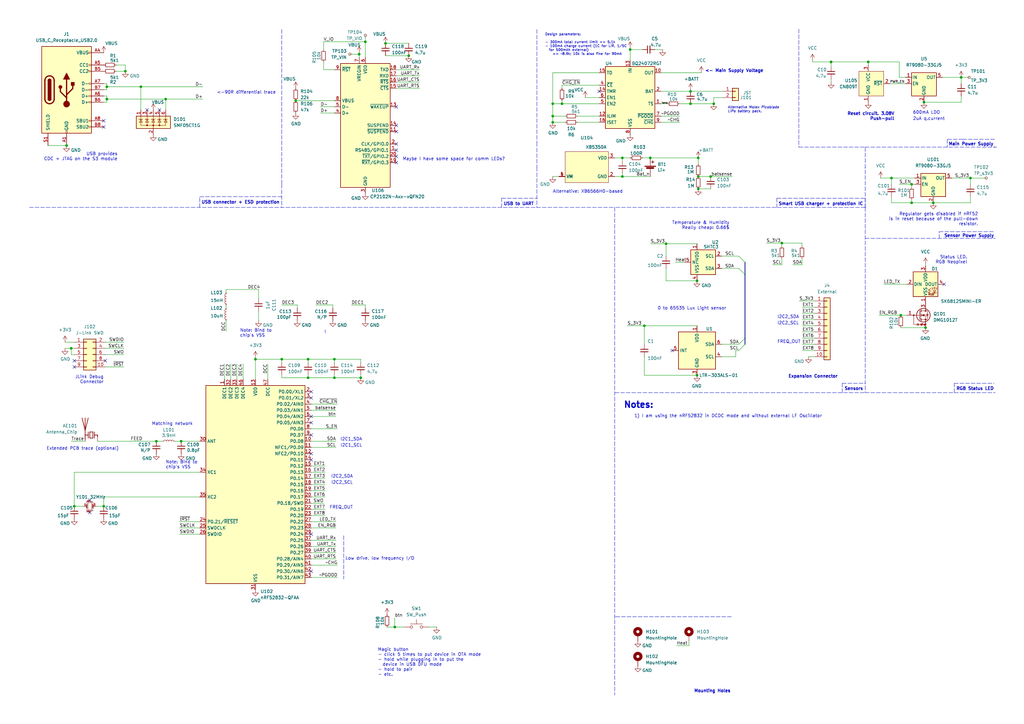
<source format=kicad_sch>
(kicad_sch (version 20211123) (generator eeschema)
  (paper "A3")
  (title_block (title "Plant Buddy") (date "2021-08-14") (rev "4") (company "G&C") (comment 1 "Rev4: Changed layout to use nRF52832 instead of nRF52811. Improved capacitance sensing") (comment 2 "Version 2: Changed to an ESP32-C3 based project due to chip shortage."))
  (junction (at 398.018 73.025))
  (junction (at 226.695 47.625))
  (junction (at 258.445 20.32))
  (junction (at 167.64 22.86))
  (junction (at 147.32 22.225))
  (junction (at 373.888 75.565))
  (junction (at 121.285 41.275))
  (junction (at 226.695 42.545))
  (junction (at 42.545 207.645))
  (junction (at 30.48 207.645))
  (junction (at 340.868 25.4))
  (junction (at 285.877 115.189))
  (junction (at 373.888 83.185))
  (junction (at 264.287 133.604))
  (junction (at 273.177 99.949))
  (junction (at 230.505 42.545))
  (junction (at 283.21 42.545))
  (junction (at 43.815 40.64))
  (junction (at 147.955 154.94))
  (junction (at 64.135 180.975))
  (junction (at 379.603 134.366))
  (junction (at 320.675 99.695))
  (junction (at 57.785 35.56))
  (junction (at 43.815 35.56))
  (junction (at 255.27 64.77))
  (junction (at 286.385 72.39))
  (junction (at 292.735 42.545))
  (junction (at 369.443 129.286))
  (junction (at 286.385 77.47))
  (junction (at 161.925 257.175))
  (junction (at 365.633 73.025))
  (junction (at 255.27 72.39))
  (junction (at 115.57 147.32))
  (junction (at 137.16 154.94))
  (junction (at 27.305 59.69))
  (junction (at 67.945 40.64))
  (junction (at 126.365 154.94))
  (junction (at 378.968 41.91))
  (junction (at 382.778 83.185))
  (junction (at 104.775 147.32))
  (junction (at 51.435 29.21))
  (junction (at 226.695 50.165))
  (junction (at 158.115 17.78))
  (junction (at 29.21 142.875))
  (junction (at 285.877 153.924))
  (junction (at 137.16 147.32))
  (junction (at 149.86 17.145))
  (junction (at 266.7 64.77))
  (junction (at 74.295 180.975))
  (junction (at 126.365 147.32))
  (junction (at 356.108 25.4))
  (junction (at 394.208 31.75))
  (junction (at 283.21 37.465))
  (junction (at 286.385 64.77))
  (junction (at 291.465 72.39))
  (no_connect (at 43.18 147.955))
  (no_connect (at 127.635 234.315))
  (no_connect (at 127.635 219.075))
  (no_connect (at 127.635 188.595))
  (no_connect (at 127.635 170.815))
  (no_connect (at 127.635 173.355))
  (no_connect (at 127.635 160.655))
  (no_connect (at 127.635 163.195))
  (no_connect (at 127.635 186.055))
  (no_connect (at 30.48 147.955))
  (no_connect (at 30.48 150.495))
  (no_connect (at 162.56 64.135))
  (no_connect (at 162.56 66.675))
  (no_connect (at 387.223 116.586))
  (no_connect (at 127.635 178.435))
  (no_connect (at 162.56 43.815))
  (no_connect (at 162.56 51.435))
  (no_connect (at 162.56 53.975))
  (no_connect (at 162.56 61.595))
  (no_connect (at 162.56 59.055))
  (no_connect (at 36.83 205.105))
  (no_connect (at 36.83 210.185))
  (no_connect (at 65.405 45.085))
  (no_connect (at 60.325 45.085))
  (no_connect (at 275.717 143.764))
  (no_connect (at 245.745 37.465))
  (no_connect (at 42.545 52.07))
  (no_connect (at 42.545 49.53))
  (bus_entry (at 303.022 143.764) (size 2.54 -2.54))
  (bus_entry (at 303.022 105.029) (size 2.54 2.54))
  (bus_entry (at 303.022 141.224) (size 2.54 -2.54))
  (bus_entry (at 303.022 110.109) (size 2.54 2.54))
  (wire (pts (xy 271.145 29.845) (xy 287.655 29.845)))
  (wire (pts (xy 226.695 42.545) (xy 230.505 42.545)))
  (polyline (pts (xy 354.838 85.09) (xy 354.838 161.036)))
  (wire (pts (xy 230.505 34.925) (xy 245.745 34.925)))
  (wire (pts (xy 325.12 108.585) (xy 328.93 108.585)))
  (wire (pts (xy 394.208 34.29) (xy 394.208 31.75)))
  (wire (pts (xy 286.385 64.77) (xy 286.385 67.31)))
  (wire (pts (xy 158.115 17.78) (xy 167.64 17.78)))
  (wire (pts (xy 149.86 14.478) (xy 149.86 17.145)))
  (wire (pts (xy 149.86 125.095) (xy 149.86 126.365)))
  (wire (pts (xy 320.675 99.695) (xy 328.93 99.695)))
  (polyline (pts (xy 354.838 161.036) (xy 408.178 161.036)))
  (wire (pts (xy 133.35 193.675) (xy 127.635 193.675)))
  (wire (pts (xy 271.145 47.625) (xy 278.765 47.625)))
  (wire (pts (xy 133.35 211.455) (xy 127.635 211.455)))
  (wire (pts (xy 34.925 180.975) (xy 29.21 180.975)))
  (wire (pts (xy 147.32 22.225) (xy 147.32 23.495)))
  (wire (pts (xy 136.525 125.095) (xy 136.525 126.365)))
  (wire (pts (xy 230.505 34.925) (xy 230.505 36.195)))
  (wire (pts (xy 283.21 42.545) (xy 292.735 42.545)))
  (polyline (pts (xy 327.66 11.938) (xy 327.66 60.325)))
  (wire (pts (xy 255.27 71.12) (xy 255.27 72.39)))
  (polyline (pts (xy 12.065 85.09) (xy 252.095 85.09)))
  (wire (pts (xy 303.022 110.109) (xy 296.037 110.109)))
  (wire (pts (xy 369.443 129.286) (xy 371.983 129.286)))
  (wire (pts (xy 92.71 118.745) (xy 106.045 118.745)))
  (wire (pts (xy 390.398 73.025) (xy 398.018 73.025)))
  (polyline (pts (xy 115.57 12.065) (xy 115.57 75.565)))
  (wire (pts (xy 133.35 203.835) (xy 127.635 203.835)))
  (wire (pts (xy 43.815 39.37) (xy 43.815 40.64)))
  (wire (pts (xy 127.635 168.275) (xy 137.795 168.275)))
  (polyline (pts (xy 140.97 219.71) (xy 140.97 224.79)))
  (wire (pts (xy 340.868 25.4) (xy 356.108 25.4)))
  (wire (pts (xy 368.808 75.565) (xy 373.888 75.565)))
  (wire (pts (xy 226.695 47.625) (xy 231.775 47.625)))
  (polyline (pts (xy 252.095 85.09) (xy 252.095 285.115)))
  (wire (pts (xy 162.56 31.115) (xy 172.085 31.115)))
  (wire (pts (xy 126.365 147.32) (xy 126.365 148.59)))
  (wire (pts (xy 368.808 31.75) (xy 368.808 25.4)))
  (wire (pts (xy 30.48 207.645) (xy 34.29 207.645)))
  (wire (pts (xy 64.135 180.975) (xy 66.675 180.975)))
  (polyline (pts (xy 327.66 60.325) (xy 354.838 60.325)))
  (wire (pts (xy 394.208 31.75) (xy 397.51 31.75)))
  (wire (pts (xy 133.35 191.135) (xy 127.635 191.135)))
  (wire (pts (xy 236.855 47.625) (xy 245.745 47.625)))
  (wire (pts (xy 271.145 50.165) (xy 278.765 50.165)))
  (wire (pts (xy 137.16 153.67) (xy 137.16 154.94)))
  (polyline (pts (xy 220.218 12.065) (xy 220.218 58.42)))
  (wire (pts (xy 144.145 125.095) (xy 149.86 125.095)))
  (wire (pts (xy 369.443 134.366) (xy 379.603 134.366)))
  (wire (pts (xy 104.775 146.685) (xy 104.775 147.32)))
  (wire (pts (xy 161.925 253.365) (xy 161.925 257.175)))
  (wire (pts (xy 57.785 35.56) (xy 83.185 35.56)))
  (wire (pts (xy 162.56 36.195) (xy 172.085 36.195)))
  (wire (pts (xy 127.635 183.515) (xy 137.795 183.515)))
  (wire (pts (xy 115.57 154.94) (xy 126.365 154.94)))
  (wire (pts (xy 26.67 142.875) (xy 29.21 142.875)))
  (wire (pts (xy 301.752 143.764) (xy 301.752 146.304)))
  (wire (pts (xy 127.635 170.815) (xy 137.795 170.815)))
  (wire (pts (xy 73.66 216.535) (xy 81.915 216.535)))
  (wire (pts (xy 43.815 34.29) (xy 42.545 34.29)))
  (wire (pts (xy 51.435 29.21) (xy 47.625 29.21)))
  (wire (pts (xy 115.57 153.67) (xy 115.57 154.94)))
  (wire (pts (xy 373.888 75.565) (xy 373.888 76.835)))
  (wire (pts (xy 258.445 20.32) (xy 258.445 24.765)))
  (wire (pts (xy 115.57 125.095) (xy 121.92 125.095)))
  (wire (pts (xy 365.633 80.645) (xy 365.633 83.185)))
  (wire (pts (xy 398.018 73.025) (xy 404.495 73.025)))
  (wire (pts (xy 258.445 20.32) (xy 263.525 20.32)))
  (wire (pts (xy 43.18 140.335) (xy 50.8 140.335)))
  (wire (pts (xy 329.057 131.064) (xy 334.137 131.064)))
  (bus (pts (xy 305.562 112.649) (xy 305.562 138.684)))
  (wire (pts (xy 131.445 46.355) (xy 137.16 46.355)))
  (wire (pts (xy 230.505 42.545) (xy 245.745 42.545)))
  (wire (pts (xy 329.057 138.684) (xy 334.137 138.684)))
  (wire (pts (xy 127.635 165.735) (xy 138.43 165.735)))
  (wire (pts (xy 379.603 108.331) (xy 379.603 108.966)))
  (wire (pts (xy 43.815 34.29) (xy 43.815 35.56)))
  (wire (pts (xy 137.16 154.94) (xy 147.955 154.94)))
  (polyline (pts (xy 220.218 58.42) (xy 220.218 68.58)))
  (wire (pts (xy 127.635 224.155) (xy 137.795 224.155)))
  (wire (pts (xy 365.633 73.025) (xy 375.158 73.025)))
  (wire (pts (xy 334.137 146.304) (xy 331.597 146.304)))
  (wire (pts (xy 283.21 37.465) (xy 296.545 37.465)))
  (wire (pts (xy 158.75 257.175) (xy 161.925 257.175)))
  (wire (pts (xy 127.635 229.235) (xy 137.795 229.235)))
  (polyline (pts (xy 252.222 252.73) (xy 252.222 252.984)))
  (wire (pts (xy 73.66 219.075) (xy 81.915 219.075)))
  (wire (pts (xy 273.177 115.189) (xy 285.877 115.189)))
  (wire (pts (xy 371.348 31.75) (xy 368.808 31.75)))
  (wire (pts (xy 127.635 180.975) (xy 137.795 180.975)))
  (wire (pts (xy 121.92 125.095) (xy 121.92 126.365)))
  (wire (pts (xy 271.145 42.545) (xy 273.685 42.545)))
  (wire (pts (xy 230.505 41.275) (xy 230.505 42.545)))
  (wire (pts (xy 316.865 108.585) (xy 320.675 108.585)))
  (wire (pts (xy 378.968 41.91) (xy 394.208 41.91)))
  (wire (pts (xy 257.302 133.604) (xy 264.287 133.604)))
  (wire (pts (xy 175.895 257.175) (xy 179.07 257.175)))
  (wire (pts (xy 43.18 150.495) (xy 50.8 150.495)))
  (wire (pts (xy 329.057 133.604) (xy 334.137 133.604)))
  (wire (pts (xy 398.018 83.185) (xy 398.018 80.645)))
  (wire (pts (xy 143.51 22.225) (xy 147.32 22.225)))
  (wire (pts (xy 43.815 35.56) (xy 43.815 36.83)))
  (wire (pts (xy 30.48 193.675) (xy 81.915 193.675)))
  (wire (pts (xy 43.815 40.64) (xy 67.945 40.64)))
  (wire (pts (xy 81.915 203.835) (xy 42.545 203.835)))
  (wire (pts (xy 127.635 206.375) (xy 132.715 206.375)))
  (wire (pts (xy 373.888 75.565) (xy 375.158 75.565)))
  (wire (pts (xy 29.21 142.875) (xy 30.48 142.875)))
  (wire (pts (xy 132.715 28.575) (xy 137.16 28.575)))
  (wire (pts (xy 356.108 25.4) (xy 368.808 25.4)))
  (wire (pts (xy 236.855 50.165) (xy 245.745 50.165)))
  (wire (pts (xy 47.625 26.67) (xy 51.435 26.67)))
  (wire (pts (xy 285.877 99.949) (xy 273.177 99.949)))
  (polyline (pts (xy 220.218 68.58) (xy 220.218 85.09)))
  (polyline (pts (xy 318.643 81.28) (xy 354.838 81.28)))
  (polyline (pts (xy 299.974 252.984) (xy 252.222 252.984)))
  (wire (pts (xy 129.54 125.095) (xy 136.525 125.095)))
  (wire (pts (xy 97.155 149.225) (xy 97.155 155.575)))
  (polyline (pts (xy 205.74 81.28) (xy 220.345 81.28)))
  (wire (pts (xy 104.775 147.32) (xy 104.775 155.575)))
  (wire (pts (xy 240.03 40.005) (xy 245.745 40.005)))
  (wire (pts (xy 132.715 25.4) (xy 132.715 28.575)))
  (polyline (pts (xy 133.35 136.525) (xy 133.35 135.255)))
  (wire (pts (xy 99.695 149.225) (xy 99.695 155.575)))
  (wire (pts (xy 283.21 36.83) (xy 283.21 37.465)))
  (wire (pts (xy 132.715 17.145) (xy 132.715 20.32)))
  (polyline (pts (xy 140.97 224.79) (xy 140.97 237.49)))
  (wire (pts (xy 255.27 66.04) (xy 255.27 64.77)))
  (wire (pts (xy 121.285 41.275) (xy 137.16 41.275)))
  (wire (pts (xy 333.248 24.765) (xy 333.248 25.4)))
  (wire (pts (xy 258.445 19.685) (xy 258.445 20.32)))
  (wire (pts (xy 19.685 59.69) (xy 27.305 59.69)))
  (polyline (pts (xy 354.838 60.452) (xy 354.838 69.088)))
  (wire (pts (xy 255.27 64.77) (xy 258.445 64.77)))
  (wire (pts (xy 329.057 125.984) (xy 334.137 125.984)))
  (wire (pts (xy 158.115 22.86) (xy 167.64 22.86)))
  (wire (pts (xy 92.71 126.365) (xy 92.71 125.095)))
  (polyline (pts (xy 115.57 75.565) (xy 115.57 85.09)))
  (wire (pts (xy 42.545 36.83) (xy 43.815 36.83)))
  (wire (pts (xy 161.925 257.175) (xy 165.735 257.175)))
  (wire (pts (xy 30.48 145.415) (xy 29.21 145.415)))
  (wire (pts (xy 386.588 31.75) (xy 394.208 31.75)))
  (wire (pts (xy 296.545 40.005) (xy 292.735 40.005)))
  (polyline (pts (xy 385.191 94.996) (xy 407.797 94.996)))
  (wire (pts (xy 149.86 17.145) (xy 132.715 17.145)))
  (wire (pts (xy 360.553 129.286) (xy 369.443 129.286)))
  (wire (pts (xy 329.057 136.144) (xy 334.137 136.144)))
  (polyline (pts (xy 354.838 97.79) (xy 408.178 97.79)))
  (polyline (pts (xy 355.092 85.09) (xy 354.838 85.09)))
  (wire (pts (xy 382.778 83.185) (xy 398.018 83.185)))
  (wire (pts (xy 43.815 35.56) (xy 57.785 35.56)))
  (wire (pts (xy 127.635 175.895) (xy 138.43 175.895)))
  (wire (pts (xy 57.785 35.56) (xy 57.785 45.085)))
  (wire (pts (xy 328.93 108.585) (xy 328.93 106.045)))
  (wire (pts (xy 106.045 127.635) (xy 106.045 131.445)))
  (wire (pts (xy 329.057 128.524) (xy 334.137 128.524)))
  (wire (pts (xy 340.868 32.385) (xy 340.868 33.655)))
  (polyline (pts (xy 388.493 57.15) (xy 388.493 60.452)))
  (wire (pts (xy 268.605 20.32) (xy 271.78 20.32)))
  (wire (pts (xy 271.145 37.465) (xy 283.21 37.465)))
  (wire (pts (xy 320.675 108.585) (xy 320.675 106.045)))
  (wire (pts (xy 43.18 142.875) (xy 50.8 142.875)))
  (polyline (pts (xy 81.915 80.645) (xy 115.57 80.645)))
  (wire (pts (xy 303.022 143.764) (xy 301.752 143.764)))
  (wire (pts (xy 74.295 180.975) (xy 81.915 180.975)))
  (wire (pts (xy 29.21 145.415) (xy 29.21 142.875)))
  (wire (pts (xy 291.465 72.39) (xy 286.385 72.39)))
  (wire (pts (xy 226.695 72.39) (xy 229.235 72.39)))
  (wire (pts (xy 226.695 29.845) (xy 226.695 42.545)))
  (wire (pts (xy 137.16 147.32) (xy 137.16 148.59)))
  (wire (pts (xy 255.27 72.39) (xy 266.7 72.39)))
  (wire (pts (xy 43.815 41.91) (xy 42.545 41.91)))
  (wire (pts (xy 245.745 29.845) (xy 226.695 29.845)))
  (wire (pts (xy 126.365 147.32) (xy 137.16 147.32)))
  (wire (pts (xy 226.695 47.625) (xy 226.695 50.165)))
  (wire (pts (xy 371.983 116.586) (xy 362.458 116.586)))
  (polyline (pts (xy 391.414 157.226) (xy 407.67 157.226)))
  (wire (pts (xy 127.635 231.775) (xy 138.43 231.775)))
  (bus (pts (xy 305.562 107.569) (xy 305.562 112.649)))
  (polyline (pts (xy 391.414 161.036) (xy 391.414 157.226)))
  (wire (pts (xy 92.71 120.015) (xy 92.71 118.745)))
  (wire (pts (xy 320.675 99.695) (xy 320.675 100.965)))
  (wire (pts (xy 133.35 198.755) (xy 127.635 198.755)))
  (wire (pts (xy 104.775 147.32) (xy 115.57 147.32)))
  (polyline (pts (xy 407.543 60.325) (xy 408.813 60.325)))
  (wire (pts (xy 147.32 22.225) (xy 147.32 21.59)))
  (wire (pts (xy 126.365 153.67) (xy 126.365 154.94)))
  (wire (pts (xy 329.057 141.224) (xy 334.137 141.224)))
  (wire (pts (xy 147.955 148.59) (xy 147.955 147.32)))
  (wire (pts (xy 277.495 264.795) (xy 282.575 264.795)))
  (wire (pts (xy 398.018 75.565) (xy 398.018 73.025)))
  (wire (pts (xy 226.695 50.165) (xy 231.775 50.165)))
  (wire (pts (xy 327.787 123.444) (xy 334.137 123.444)))
  (wire (pts (xy 273.177 99.949) (xy 273.177 105.029)))
  (wire (pts (xy 30.48 207.645) (xy 30.48 193.675)))
  (wire (pts (xy 329.057 143.764) (xy 334.137 143.764)))
  (wire (pts (xy 340.868 25.4) (xy 340.868 27.305)))
  (wire (pts (xy 106.045 118.745) (xy 106.045 122.555)))
  (wire (pts (xy 127.635 221.615) (xy 137.795 221.615)))
  (wire (pts (xy 292.735 40.005) (xy 292.735 42.545)))
  (wire (pts (xy 301.752 146.304) (xy 296.037 146.304)))
  (wire (pts (xy 255.27 64.77) (xy 252.095 64.77)))
  (wire (pts (xy 43.18 145.415) (xy 50.8 145.415)))
  (polyline (pts (xy 385.191 97.79) (xy 385.191 94.996)))
  (wire (pts (xy 162.56 28.575) (xy 172.085 28.575)))
  (wire (pts (xy 276.987 107.569) (xy 280.797 107.569)))
  (polyline (pts (xy 345.44 161.036) (xy 345.44 157.226)))
  (wire (pts (xy 333.248 25.4) (xy 340.868 25.4)))
  (wire (pts (xy 133.35 201.295) (xy 127.635 201.295)))
  (wire (pts (xy 226.695 42.545) (xy 226.695 47.625)))
  (wire (pts (xy 127.635 213.995) (xy 137.795 213.995)))
  (wire (pts (xy 127.635 216.535) (xy 137.795 216.535)))
  (polyline (pts (xy 318.643 81.28) (xy 318.643 85.09)))
  (wire (pts (xy 264.287 133.604) (xy 285.877 133.604)))
  (wire (pts (xy 109.855 149.225) (xy 109.855 155.575)))
  (wire (pts (xy 39.37 207.645) (xy 42.545 207.645)))
  (bus (pts (xy 305.562 138.684) (xy 305.562 141.224)))
  (wire (pts (xy 94.615 149.225) (xy 94.615 155.575)))
  (wire (pts (xy 266.7 64.77) (xy 286.385 64.77)))
  (polyline (pts (xy 252.222 161.036) (xy 354.838 161.036)))
  (polyline (pts (xy 81.915 85.09) (xy 81.915 80.645)))
  (wire (pts (xy 71.755 180.975) (xy 74.295 180.975)))
  (wire (pts (xy 126.365 154.94) (xy 137.16 154.94)))
  (wire (pts (xy 365.633 83.185) (xy 373.888 83.185)))
  (wire (pts (xy 252.095 72.39) (xy 255.27 72.39)))
  (wire (pts (xy 42.545 203.835) (xy 42.545 207.645)))
  (wire (pts (xy 43.815 40.64) (xy 43.815 41.91)))
  (wire (pts (xy 127.635 208.915) (xy 133.35 208.915)))
  (wire (pts (xy 364.998 34.29) (xy 371.348 34.29)))
  (polyline (pts (xy 345.44 157.226) (xy 354.838 157.226)))
  (polyline (pts (xy 354.838 60.325) (xy 408.178 60.325)))
  (wire (pts (xy 147.955 154.94) (xy 147.955 153.67)))
  (wire (pts (xy 26.67 140.335) (xy 30.48 140.335)))
  (wire (pts (xy 278.765 42.545) (xy 283.21 42.545)))
  (wire (pts (xy 73.66 213.995) (xy 81.915 213.995)))
  (wire (pts (xy 115.57 147.32) (xy 115.57 148.59)))
  (wire (pts (xy 127.635 226.695) (xy 137.795 226.695)))
  (wire (pts (xy 282.575 264.795) (xy 282.575 262.89)))
  (wire (pts (xy 40.005 180.975) (xy 64.135 180.975)))
  (polyline (pts (xy 205.74 85.09) (xy 205.74 81.28)))
  (wire (pts (xy 273.177 110.109) (xy 273.177 115.189)))
  (wire (pts (xy 328.93 99.695) (xy 328.93 100.965)))
  (polyline (pts (xy 394.843 57.15) (xy 408.178 57.15)))
  (wire (pts (xy 286.385 77.47) (xy 291.465 77.47)))
  (wire (pts (xy 162.56 33.655) (xy 172.085 33.655)))
  (polyline (pts (xy 354.838 81.28) (xy 354.838 85.09)))
  (wire (pts (xy 264.287 146.304) (xy 264.287 153.924)))
  (wire (pts (xy 264.287 133.604) (xy 264.287 141.224)))
  (wire (pts (xy 263.525 64.77) (xy 266.7 64.77)))
  (wire (pts (xy 133.35 196.215) (xy 127.635 196.215)))
  (wire (pts (xy 291.465 72.39) (xy 300.355 72.39)))
  (wire (pts (xy 296.037 105.029) (xy 303.022 105.029)))
  (wire (pts (xy 296.037 141.224) (xy 303.022 141.224)))
  (wire (pts (xy 127.635 236.855) (xy 138.43 236.855)))
  (wire (pts (xy 67.945 40.64) (xy 67.945 45.085)))
  (polyline (pts (xy 354.838 85.09) (xy 251.968 85.09)))
  (wire (pts (xy 394.208 41.91) (xy 394.208 39.37)))
  (wire (pts (xy 373.888 81.915) (xy 373.888 83.185)))
  (polyline (pts (xy 354.838 85.09) (xy 354.838 68.58)))
  (wire (pts (xy 149.86 17.145) (xy 149.86 23.495)))
  (wire (pts (xy 92.075 149.225) (xy 92.075 155.575)))
  (wire (pts (xy 285.877 153.924) (xy 264.287 153.924)))
  (wire (pts (xy 115.57 147.32) (xy 126.365 147.32)))
  (wire (pts (xy 361.188 73.025) (xy 365.633 73.025)))
  (wire (pts (xy 314.325 99.695) (xy 320.675 99.695)))
  (wire (pts (xy 42.545 39.37) (xy 43.815 39.37)))
  (wire (pts (xy 365.633 73.025) (xy 365.633 75.565)))
  (wire (pts (xy 67.945 40.64) (xy 83.185 40.64)))
  (wire (pts (xy 137.16 147.32) (xy 147.955 147.32)))
  (wire (pts (xy 356.108 25.4) (xy 356.108 26.67)))
  (wire (pts (xy 51.435 26.67) (xy 51.435 29.21)))
  (wire (pts (xy 92.71 131.445) (xy 92.71 135.89)))
  (polyline (pts (xy 388.62 57.15) (xy 394.97 57.15)))
  (wire (pts (xy 266.827 99.949) (xy 273.177 99.949)))
  (wire (pts (xy 131.445 43.815) (xy 137.16 43.815)))
  (wire (pts (xy 373.888 83.185) (xy 382.778 83.185)))
  (text "Sensors" (at 354.076 160.274 180) (effects (font (size 1.27 1.27) bold) (justify right bottom)))
  (text "I2C2_SCL" (at 318.77 133.35 0) (effects (font (size 1.27 1.27)) (justify left bottom)))
  (text "USB provides\nCDC + JTAG on the S3 module" (at 48.26 66.04 180) (effects (font (size 1.27 1.27)) (justify right bottom)))
  (text "Magic button\n- click 5 times to put device in OTA mode\n- hold while plugging in to put the\n  device in USB DFU mode\n- hold to pair\n- etc." (at 154.94 277.495 0) (effects (font (size 1.27 1.27)) (justify left bottom)))
  (text "Extended PCB trace (optional)\n" (at 19.05 184.785 0) (effects (font (size 1.27 1.27)) (justify left bottom)))
  (text "Alternative: XB6566H0-based" (at 226.695 79.375 0) (effects (font (size 1.27 1.27)) (justify left bottom)))
  (text "RGB Status LED" (at 407.67 160.274 180) (effects (font (size 1.27 1.27) bold) (justify right bottom)))
  (text "~" (at 44.45 80.645 180) (effects (font (size 1.27 1.27)) (justify right bottom)))
  (text "Smart USB charger + protection IC" (at 319.278 84.455 0) (effects (font (size 1.27 1.27) (thickness 0.254) bold) (justify left bottom)))
  (text "JLink Debug\nConnector" (at 42.545 157.48 180) (effects (font (size 1.27 1.27)) (justify right bottom)))
  (text "Expansion Connector" (at 343.662 155.194 180) (effects (font (size 1.27 1.27) bold) (justify right bottom)))
  (text "I2C2_SCL" (at 144.78 198.755 180) (effects (font (size 1.27 1.27)) (justify right bottom)))
  (text "I2C2_SDA" (at 318.77 130.81 0) (effects (font (size 1.27 1.27)) (justify left bottom)))
  (text "I2C2_SDA" (at 144.78 196.215 180) (effects (font (size 1.27 1.27)) (justify right bottom)))
  (text "Sensor Power Supply" (at 407.797 97.536 180) (effects (font (size 1.27 1.27) bold) (justify right bottom)))
  (text "Low drive, low frequency I/O" (at 141.605 229.87 0) (effects (font (size 1.27 1.27)) (justify left bottom)))
  (text "Note: Bind to\nchip's VSS" (at 67.945 192.405 0) (effects (font (size 1.27 1.27)) (justify left bottom)))
  (text "600mA LDO" (at 374.396 46.99 0) (effects (font (size 1.27 1.27)) (justify left bottom)))
  (text "<-90R differential trace" (at 88.9 38.735 0) (effects (font (size 1.27 1.27)) (justify left bottom)))
  (text "0 to 65535 Lux Light sensor" (at 297.942 127.254 180) (effects (font (size 1.27 1.27)) (justify right bottom)))
  (text "Temperature & Humidity\nReally cheap: 0.66$" (at 299.212 94.234 180) (effects (font (size 1.27 1.27)) (justify right bottom)))
  (text "Matching network" (at 62.23 174.625 0) (effects (font (size 1.27 1.27)) (justify left bottom)))
  (text "Reset circuit. 3.08V\nPush-pull" (at 366.903 49.53 180) (effects (font (size 1.27 1.27) bold) (justify right bottom)))
  (text "2uA q.current" (at 374.396 49.53 0) (effects (font (size 1.27 1.27)) (justify left bottom)))
  (text "<- Main Supply Voltage" (at 313.182 29.845 180) (effects (font (size 1.27 1.27) bold) (justify right bottom)))
  (text "Mounting Holes" (at 299.72 284.226 180) (effects (font (size 1.27 1.27) bold) (justify right bottom)))
  (text "Design parameters:\n\n- 300mA total current limit => 5.1k\n- 100mA charge current (1C for LIR, 1/5C\n  for 500mAh external) \n    => ~8.9k; 10k is also fine for 90mA\n" (at 223.52 22.86 0) (effects (font (size 1 1)) (justify left bottom)))
  (text "Main Power Supply" (at 407.543 59.944 180) (effects (font (size 1.27 1.27) bold) (justify right bottom)))
  (text "Status LED.\nRGB Neopixel" (at 396.748 108.331 180) (effects (font (size 1.27 1.27)) (justify right bottom)))
  (text "I2C1_SCL" (at 148.59 183.515 180) (effects (font (size 1.27 1.27)) (justify right bottom)))
  (text "Note: Bind to\nchip's VSS" (at 98.425 138.43 0) (effects (font (size 1.27 1.27)) (justify left bottom)))
  (text "1) I am using the nRF52832 in DCDC mode and without external LF Oscillator" (at 337.185 171.45 0) (effects (font (size 1.27 1.27)) (justify right bottom)))
  (text "Notes:" (at 268.224 167.64 180) (effects (font (size 2.54 2.54) bold) (justify right bottom)))
  (text "Maybe I have some space for comm LEDs?" (at 165.1 66.04 0) (effects (font (size 1.27 1.27)) (justify left bottom)))
  (text "FREQ_OUT" (at 318.77 140.97 0) (effects (font (size 1.27 1.27)) (justify left bottom)))
  (text "FREQ_OUT" (at 144.78 208.915 180) (effects (font (size 1.27 1.27)) (justify right bottom)))
  (text "Alternative Molex Picoblade\nLiPo battery pack." (at 298.45 46.355 0) (effects (font (size 1 1) italic) (justify left bottom)))
  (text "I2C1_SDA" (at 148.59 180.975 180) (effects (font (size 1.27 1.27)) (justify right bottom)))
  (text "Regulator gets disabled if nRF52\nis in reset because of the pull-down\nresistor." (at 401.193 92.71 0) (effects (font (size 1.27 1.27)) (justify right bottom)))
  (text "USB connector + ESD protection" (at 82.55 83.82 0) (effects (font (size 1.27 1.27) (thickness 0.254) bold) (justify left bottom)))
  (text "USB to UART" (at 219.075 84.455 180) (effects (font (size 1.27 1.27) (thickness 0.254) bold) (justify right bottom)))
  (label "btn" (at 137.795 170.815 180))
  (label "D-" (at 131.445 43.815 0))
  (label "EXT8" (at 133.35 211.455 180))
  (label "batsense" (at 300.355 72.39 180))
  (label "SCL" (at 303.022 143.764 180))
  (label "S_3V3" (at 314.325 99.695 0))
  (label "UART_Rx" (at 172.085 28.575 180))
  (label "EXT6" (at 329.057 138.684 0))
  (label "~{CHG_EN}" (at 230.505 34.925 0))
  (label "SCL" (at 301.117 105.029 180))
  (label "SWCLK" (at 50.8 142.875 180))
  (label "UART_RTS" (at 137.795 229.235 180))
  (label "Trace" (at 29.21 180.975 0))
  (label "SCL" (at 316.865 108.585 0))
  (label "~{tRST}" (at 73.66 213.995 0))
  (label "UART_CTS" (at 172.085 33.655 180))
  (label "LED_TX" (at 362.458 116.586 0))
  (label "S_3V3" (at 397.51 73.025 180))
  (label "LED_TX" (at 137.795 213.995 180))
  (label "EN_RGB" (at 360.553 129.286 0))
  (label "EXT4" (at 329.057 133.604 0))
  (label "DEC1" (at 144.145 125.095 0))
  (label "~PGOOD" (at 278.765 47.625 180))
  (label "SDA" (at 325.12 108.585 0))
  (label "EXT6" (at 133.35 203.835 180))
  (label "EXT2" (at 329.057 128.524 0))
  (label "FEED" (at 58.42 180.975 180))
  (label "DEC3" (at 115.57 125.095 0))
  (label "Tsense" (at 271.272 42.545 0) (effects (font (size 0.5 0.5))))
  (label "UART_Tx" (at 137.795 224.155 180))
  (label "S_EN" (at 138.43 175.895 180))
  (label "SWDIO" (at 73.66 219.075 0))
  (label "DEC1" (at 92.075 149.225 270))
  (label "DCC" (at 109.855 149.225 270))
  (label "EXT7" (at 329.057 141.224 0))
  (label "DCC" (at 92.71 135.89 90))
  (label "UART_CTS" (at 137.795 226.695 180))
  (label "SDA" (at 137.795 180.975 180))
  (label "DEC3" (at 97.155 149.225 270))
  (label "EXT5" (at 329.057 136.144 0))
  (label "Bat_n" (at 260.985 72.39 0))
  (label "DEC4" (at 99.695 149.225 270))
  (label "EXT1" (at 329.057 125.984 0))
  (label "S_EN" (at 368.808 75.565 0))
  (label "batsense" (at 137.795 168.275 180))
  (label "EXT2" (at 133.35 193.675 180))
  (label "DEC2" (at 129.54 125.095 0))
  (label "D+" (at 83.185 40.64 180))
  (label "EXT3" (at 133.35 196.215 180))
  (label "~PGOOD" (at 138.43 236.855 180))
  (label "EN_RGB" (at 137.795 216.535 180))
  (label "~{tRST}" (at 50.8 150.495 180))
  (label "~CHG" (at 138.43 231.775 180))
  (label "V_IO" (at 132.715 17.145 0))
  (label "btn" (at 161.925 253.365 0))
  (label "D-" (at 83.185 35.56 180))
  (label "EXT5" (at 133.35 201.295 180))
  (label "SWDIO" (at 50.8 140.335 180))
  (label "SWO" (at 50.8 145.415 180))
  (label "S_3V3" (at 257.302 133.604 0))
  (label "UART_Tx" (at 172.085 31.115 180))
  (label "EXT3" (at 329.057 131.064 0))
  (label "EXT1" (at 133.35 191.135 180))
  (label "DEC4" (at 101.6 118.745 0))
  (label "SWCLK" (at 73.66 216.535 0))
  (label "SDA" (at 303.022 141.224 180))
  (label "Heat" (at 276.987 107.569 0))
  (label "UART_RTS" (at 172.085 36.195 180))
  (label "DEC2" (at 94.615 149.225 270))
  (label "PWR_EN" (at 364.998 34.29 0) (effects (font (size 1 1))))
  (label "SWO" (at 132.715 206.375 180))
  (label "S_3V3" (at 327.787 123.444 0))
  (label "S_3V3" (at 266.827 99.949 0))
  (label "~CHG" (at 278.765 50.165 180))
  (label "SCL" (at 137.795 183.515 180))
  (label "EXT7" (at 133.35 208.915 180))
  (label "UART_Rx" (at 137.795 221.615 180))
  (label "Heat" (at 277.495 264.795 0))
  (label "SDA" (at 301.117 110.109 180))
  (label "D+" (at 131.445 46.355 0))
  (label "EXT4" (at 133.35 198.755 180))
  (label "~{CHG_EN}" (at 138.43 165.735 180))
  (label "EXT8" (at 329.057 143.764 0))
  (symbol (lib_id "PlantBuddy-rescue:GND-power") (at 285.877 115.189 0) (mirror y) (unit 1)
    (property "Reference" "#PWR07" (effects hide))
    (property "Value" "GND" (at 289.687 117.094 0))
  )
  (symbol (lib_id "PlantBuddy-rescue:GND-power") (at 285.877 153.924 0) (mirror y) (unit 1)
    (property "Reference" "#PWR09" (effects hide))
    (property "Value" "GND" (at 285.75 158.3182 0))
  )
  (symbol (lib_id "PlantBuddy-rescue:SHTC3-Sensor_Humidity") (at 288.417 107.569 0) (mirror y) (unit 1)
    (property "Reference" "U2" (at 294.767 99.314 0) (effects (justify left)))
    (property "Value" "SHTC3" (at 294.767 101.219 0) (effects (justify left)))
    (property "Footprint" "SHTC3:SON100P200X200X80-5N" (effects hide))
    (property "Datasheet" "https://www.sensirion.com/fileadmin/user_upload/customers/sensirion/Dokumente/0_Datasheets/Humidity/Sensirion_Humidity_Sensors_SHTC3_Datasheet.pdf" (effects hide))
    (property "LCSC" "C194656" (effects hide))
    (property "MPN" "SHTC3" (effects hide))
  )
  (symbol (lib_id "PlantBuddy-rescue:Battery_Cell-Device") (at 266.7 69.85 0) (unit 1)
    (property "Reference" "BT1" (at 269.6972 67.4116 0) (effects (justify left)))
    (property "Value" "Li+" (at 269.6972 69.723 0) (effects (justify left)))
    (property "Footprint" "Keystone-2450:KEYSTONE_1052TR" (effects hide))
    (property "Datasheet" "https://datasheet.lcsc.com/lcsc/2110101030_MYOUNG-BS-24-B4AK023_C2902329.pdf" (effects hide))
    (property "LCSC" "C2902329" (effects hide))
  )
  (symbol (lib_id "PlantBuddy-rescue:C_Small-Device") (at 264.287 143.764 0) (unit 1)
    (property "Reference" "C1" (at 265.557 139.954 0) (effects (justify left)))
    (property "Value" "100nF" (at 265.557 146.939 0) (effects (justify left)))
    (property "Footprint" "Capacitor_SMD:C_0402_1005Metric" (effects hide))
    (property "LCSC" "C307331" (effects hide))
    (property "MPN" "CC0603KRX7R9BB104" (effects hide))
  )
  (symbol (lib_id "PlantBuddy-rescue:C_Small-Device") (at 273.177 107.569 0) (unit 1)
    (property "Reference" "C2" (at 269.367 105.029 0) (effects (justify left)))
    (property "Value" "100nF" (at 265.557 108.839 0) (effects (justify left)))
    (property "Footprint" "Capacitor_SMD:C_0402_1005Metric" (effects hide))
    (property "LCSC" "C307331" (effects hide))
    (property "MPN" "CC0603KRX7R9BB104" (effects hide))
  )
  (symbol (lib_id "Sensor_Optical:LTR-303ALS-01") (at 285.877 143.764 0) (mirror y) (unit 1)
    (property "Reference" "U1" (at 290.957 134.874 0))
    (property "Value" "LTR-303ALS-01" (at 294.767 153.924 0))
    (property "Footprint" "OptoDevice:Lite-On_LTR-303ALS-01" (effects hide))
    (property "Datasheet" "http://optoelectronics.liteon.com/upload/download/DS86-2013-0004/LTR-303ALS-01_DS_V1.pdf" (effects hide))
    (property "LCSC" "C364577" (effects hide))
    (property "MPN" "LTR-303ALS-01" (effects hide))
  )
  (symbol (lib_id "power:VCC") (at 379.603 108.331 0) (unit 1)
    (property "Reference" "#PWR0111" (effects hide))
    (property "Value" "VCC" (at 379.603 103.251 0))
  )
  (symbol (lib_id "Device:C_Small") (at 115.57 151.13 0) (unit 1)
    (property "Reference" "C109" (at 118.11 149.8662 0) (effects (justify left)))
    (property "Value" "100nF" (at 118.11 152.4062 0) (effects (justify left)))
    (property "Footprint" "Capacitor_SMD:C_0402_1005Metric" (effects hide))
    (property "LCSC" "C307331" (effects hide))
    (property "MPN" "CC0603KRX7R9BB104" (effects hide))
  )
  (symbol (lib_id "PlantBuddy-rescue:GND-power") (at 292.735 42.545 0) (unit 1)
    (property "Reference" "#PWR025" (effects hide))
    (property "Value" "GND" (effects hide))
  )
  (symbol (lib_id "PlantBuddy-rescue:+BATT-power") (at 283.21 36.83 0) (unit 1)
    (property "Reference" "#PWR021" (effects hide))
    (property "Value" "+BATT" (at 283.591 32.4358 0))
  )
  (symbol (lib_id "PlantBuddy-rescue:GND-power") (at 378.968 41.91 0) (unit 1)
    (property "Reference" "#PWR033" (effects hide))
    (property "Value" "GND" (effects hide))
  )
  (symbol (lib_id "Device:L_Small") (at 92.71 128.905 0) (mirror y) (unit 1)
    (property "Reference" "L102" (at 86.36 126.365 0) (effects (justify right)))
    (property "Value" "10uH" (at 86.36 129.54 0) (effects (justify right)))
    (property "Footprint" "Inductor_SMD:L_0603_1608Metric" (effects hide))
    (property "LCSC" "C223240" (effects hide))
  )
  (symbol (lib_id "LMS33460:LMS33460MG") (at 356.108 34.29 0) (unit 1)
    (property "Reference" "U105" (at 351.663 33.0199 0) (effects (justify right)))
    (property "Value" "CN809T" (at 351.663 35.5599 0) (effects (justify right)))
    (property "Footprint" "Package_TO_SOT_SMD:SOT-23" (effects hide))
    (property "Datasheet" "https://pdf1.alldatasheet.com/datasheet-pdf/view/1133205/CONSONANCE/CN809R.html" (effects hide))
    (property "LCSC" "C840520" (effects hide))
    (property "Description" "2.63V CMOS reset circuit" (effects hide))
  )
  (symbol (lib_id "Connector:TestPoint_Small") (at 397.51 31.75 0) (unit 1)
    (property "Reference" "TP101" (at 398.145 29.21 0) (effects (justify left)))
    (property "Value" "TP_3V3" (at 398.145 33.02 0) (effects (justify left)))
    (property "Footprint" "TestPoint:TestPoint_Pad_D1.0mm" (effects hide))
  )
  (symbol (lib_id "PlantBuddy-rescue:GND-power") (at 51.435 29.21 0) (mirror y) (unit 1)
    (property "Reference" "#PWR04" (effects hide))
    (property "Value" "GND" (at 55.245 31.115 0))
  )
  (symbol (lib_id "PlantBuddy-rescue:GND-power") (at 42.545 212.725 0) (mirror y) (unit 1)
    (property "Reference" "#PWR0118" (effects hide))
    (property "Value" "GND" (at 46.355 214.63 0))
  )
  (symbol (lib_id "Device:R_Small") (at 369.443 131.826 180) (unit 1)
    (property "Reference" "R102" (at 365.633 132.461 90))
    (property "Value" "10k" (at 367.538 131.826 90))
    (property "Footprint" "Resistor_SMD:R_0402_1005Metric" (effects hide))
    (property "LCSC" "C25744" (effects hide))
    (property "MPN" "0603WAF5101T5E" (effects hide))
  )
  (symbol (lib_id "Device:R_Small") (at 45.085 26.67 270) (unit 1)
    (property "Reference" "R1" (at 46.355 22.86 90))
    (property "Value" "5k1" (at 46.99 24.765 90))
    (property "Footprint" "Resistor_SMD:R_0402_1005Metric" (effects hide))
    (property "LCSC" "C25905" (effects hide))
    (property "MPN" "0603WAF5101T5E" (effects hide))
  )
  (symbol (lib_id "PlantBuddy-rescue:GND-power") (at 379.603 134.366 0) (mirror y) (unit 1)
    (property "Reference" "#PWR0110" (effects hide))
    (property "Value" "GND" (at 379.476 138.7602 0))
  )
  (symbol (lib_id "PlantBuddy-rescue:GND-power") (at 340.868 33.655 0) (unit 1)
    (property "Reference" "#PWR?" (effects hide))
    (property "Value" "GND" (effects hide))
  )
  (symbol (lib_id "PlantBuddy-rescue:GND-power") (at 179.07 257.175 0) (unit 1)
    (property "Reference" "#PWR017" (effects hide))
    (property "Value" "GND" (at 179.197 261.5692 0))
  )
  (symbol (lib_id "PlantBuddy-rescue:GND-power") (at 62.865 55.245 0) (mirror y) (unit 1)
    (property "Reference" "#PWR0106" (effects hide))
    (property "Value" "GND" (at 66.675 57.15 0))
  )
  (symbol (lib_id "PlantBuddy-rescue:GND-power") (at 64.135 186.055 0) (unit 1)
    (property "Reference" "#PWR0117" (effects hide))
    (property "Value" "GND" (at 60.325 187.96 0))
  )
  (symbol (lib_id "power:VBUS") (at 42.545 21.59 0) (mirror y) (unit 1)
    (property "Reference" "#PWR03" (effects hide))
    (property "Value" "VBUS" (at 45.72 17.78 0))
  )
  (symbol (lib_id "Interface_USB:CP2102N-Axx-xQFN20") (at 149.86 51.435 0) (unit 1)
    (property "Reference" "U106" (at 152.4 78.105 0) (effects (justify left)))
    (property "Value" "CP2102N-Axx-xQFN20" (at 151.765 80.645 0) (effects (justify left)))
    (property "Footprint" "Package_DFN_QFN:SiliconLabs_QFN-20-1EP_3x3mm_P0.5mm_EP1.8x1.8mm" (effects hide))
    (property "Datasheet" "https://www.silabs.com/documents/public/data-sheets/cp2102n-datasheet.pdf" (effects hide))
    (property "LCSC" "C969913" (effects hide))
  )
  (symbol (lib_id "PlantBuddy-rescue:GND-power") (at 261.62 273.05 0) (mirror y) (unit 1)
    (property "Reference" "#PWR0115" (effects hide))
    (property "Value" "GND" (at 265.43 274.955 0))
  )
  (symbol (lib_id "PlantBuddy-rescue:+BATT-power") (at 286.385 64.77 0) (unit 1)
    (property "Reference" "#PWR022" (effects hide))
    (property "Value" "+BATT" (at 289.56 61.595 0))
  )
  (symbol (lib_id "PlantBuddy-rescue:GND-power") (at 121.285 46.355 0) (unit 1)
    (property "Reference" "#PWR0122" (effects hide))
    (property "Value" "GND" (at 121.412 50.7492 0))
  )
  (symbol (lib_id "Device:R_Small") (at 45.085 29.21 270) (mirror x) (unit 1)
    (property "Reference" "R2" (at 46.355 33.655 90))
    (property "Value" "5k1" (at 46.99 31.75 90))
    (property "Footprint" "Resistor_SMD:R_0402_1005Metric" (effects hide))
    (property "LCSC" "C25905" (effects hide))
    (property "MPN" "0603WAF5101T5E" (effects hide))
  )
  (symbol (lib_id "Device:C_Small") (at 149.86 128.905 0) (unit 1)
    (property "Reference" "C117" (at 152.4 127.6412 0) (effects (justify left)))
    (property "Value" "100nF" (at 152.4 130.1812 0) (effects (justify left)))
    (property "Footprint" "Capacitor_SMD:C_0402_1005Metric" (effects hide))
    (property "LCSC" "C307331" (effects hide))
    (property "MPN" "CC0603KRX7R9BB104" (effects hide))
  )
  (symbol (lib_id "power:VBUS") (at 121.285 36.195 0) (unit 1)
    (property "Reference" "#PWR0133" (effects hide))
    (property "Value" "VBUS" (at 118.745 32.385 0))
  )
  (symbol (lib_id "PlantBuddy-rescue:GND-power") (at 286.385 77.47 0) (mirror y) (unit 1)
    (property "Reference" "#PWR028" (effects hide))
    (property "Value" "GND" (effects hide))
  )
  (symbol (lib_id "Device:Antenna_Chip") (at 37.465 178.435 0) (mirror y) (unit 1)
    (property "Reference" "AE101" (at 31.75 174.6249 0) (effects (justify left)))
    (property "Value" "Antenna_Chip" (at 31.75 177.1649 0) (effects (justify left)))
    (property "Footprint" "LED_SMD:LED_1206_3216Metric" (effects hide))
    (property "Datasheet" "https://datasheet.lcsc.com/lcsc/1810241140_YAGEO-ANT3216LL00R2400A_C293767.pdf" (effects hide))
    (property "LCSC" "C293767" (effects hide))
  )
  (symbol (lib_id "PlantBuddy-rescue:GND-power") (at 382.778 83.185 0) (unit 1)
    (property "Reference" "#PWR0101" (effects hide))
    (property "Value" "GND" (effects hide))
  )
  (symbol (lib_id "Connector:USB_C_Receptacle_USB2.0") (at 27.305 36.83 0) (unit 1)
    (property "Reference" "J1" (at 27.305 13.97 0))
    (property "Value" "USB_C_Receptacle_USB2.0" (at 27.305 16.51 0))
    (property "Footprint" "Connector_USB:USB_C_Receptacle_HRO_TYPE-C-31-M-12" (effects hide))
    (property "Datasheet" "https://datasheet.lcsc.com/lcsc/2108131730_Korean-Hroparts-Elec-TYPE-C-31-M-12_C165948.pdf" (effects hide))
    (property "LCSC" "C165948" (effects hide))
    (property "MPN" "TYPE-C-31-M-12" (effects hide))
  )
  (symbol (lib_id "Device:R_Small") (at 286.385 69.85 0) (mirror x) (unit 1)
    (property "Reference" "R13" (at 282.575 68.58 0))
    (property "Value" "1M" (at 283.21 70.485 0))
    (property "Footprint" "Resistor_SMD:R_0402_1005Metric" (effects hide))
    (property "LCSC" "C26083" (effects hide))
    (property "MPN" "0603WAF2004T5E" (effects hide))
  )
  (symbol (lib_id "Device:L_Small") (at 92.71 122.555 0) (mirror y) (unit 1)
    (property "Reference" "L103" (at 86.36 120.015 0) (effects (justify right)))
    (property "Value" "15nH" (at 86.36 123.19 0) (effects (justify right)))
    (property "Footprint" "Inductor_SMD:L_0402_1005Metric" (effects hide))
    (property "LCSC" "C27143" (effects hide))
  )
  (symbol (lib_id "Transistor_FET:DMG1012T") (at 377.063 129.286 0) (unit 1)
    (property "Reference" "Q101" (at 382.778 128.7144 0) (effects (justify left)))
    (property "Value" "DMG1012T" (at 382.778 131.2544 0) (effects (justify left)))
    (property "Footprint" "Package_TO_SOT_SMD:SOT-523" (effects hide))
    (property "Datasheet" "https://www.diodes.com/assets/Datasheets/ds31783.pdf" (effects hide))
    (property "LCSC" "C2830301" (effects hide))
    (property "LCSC_ALT" "C20512" (effects hide))
  )
  (symbol (lib_id "Device:C_Small") (at 147.955 151.13 0) (unit 1)
    (property "Reference" "C112" (at 150.495 149.8662 0) (effects (justify left)))
    (property "Value" "4.7u" (at 150.495 152.4062 0) (effects (justify left)))
    (property "Footprint" "Capacitor_SMD:C_0402_1005Metric" (effects hide))
    (property "LCSC" "C23733" (effects hide))
    (property "MPN" "CL10A475KO8NNNC" (effects hide))
  )
  (symbol (lib_id "PlantBuddy-rescue:GND-power") (at 149.86 131.445 0) (mirror y) (unit 1)
    (property "Reference" "#PWR0127" (effects hide))
    (property "Value" "GND" (at 153.67 133.35 0))
  )
  (symbol (lib_id "PlantBuddy-rescue:C_Small-Device") (at 64.135 183.515 0) (mirror y) (unit 1)
    (property "Reference" "C107" (at 61.7982 182.3466 0) (effects (justify left)))
    (property "Value" "N/P" (at 61.7982 184.658 0) (effects (justify left)))
    (property "Footprint" "Capacitor_SMD:C_0402_1005Metric" (effects hide))
    (property "Datasheet" "https://datasheet.lcsc.com/szlcsc/Samsung-Electro-Mechanics-CL05C1R2BB5NNNC_C159809.pdf" (effects hide))
  )
  (symbol (lib_id "Device:C_Small") (at 106.045 125.095 0) (unit 1)
    (property "Reference" "C111" (at 112.395 125.1013 90))
    (property "Value" "1uF" (at 109.855 125.1013 90))
    (property "Footprint" "Capacitor_SMD:C_0402_1005Metric" (effects hide))
    (property "LCSC" "C52923" (effects hide))
    (property "MPN" "CC0603KRX7R9BB104" (effects hide))
  )
  (symbol (lib_id "Device:C_Small") (at 126.365 151.13 0) (unit 1)
    (property "Reference" "C110" (at 128.905 149.8662 0) (effects (justify left)))
    (property "Value" "100nF" (at 128.905 152.4062 0) (effects (justify left)))
    (property "Footprint" "Capacitor_SMD:C_0402_1005Metric" (effects hide))
    (property "LCSC" "C307331" (effects hide))
    (property "MPN" "CC0603KRX7R9BB104" (effects hide))
  )
  (symbol (lib_id "PlantBuddy-rescue:L_Small-Device") (at 69.215 180.975 90) (unit 1)
    (property "Reference" "L101" (at 69.215 176.276 90))
    (property "Value" "3.9nH" (at 69.215 178.5874 90))
    (property "Footprint" "Inductor_SMD:L_0402_1005Metric" (effects hide))
    (property "Datasheet" "https://datasheet.lcsc.com/lcsc/1809261012_TDK-MLG1005S3N9BT000_C76775.pdf" (effects hide))
    (property "LCSC" "C76775" (effects hide))
  )
  (symbol (lib_id "power:+3.3V") (at 26.67 140.335 0) (unit 1)
    (property "Reference" "#PWR0112" (effects hide))
    (property "Value" "+3.3V" (at 26.67 135.255 0))
  )
  (symbol (lib_id "PlantBuddy-rescue:GND-power") (at 147.955 154.94 0) (mirror y) (unit 1)
    (property "Reference" "#PWR0126" (effects hide))
    (property "Value" "GND" (at 151.765 156.845 0))
  )
  (symbol (lib_id "neopixel:XL-3528RGBW-WS2812B") (at 379.603 116.586 0) (unit 1)
    (property "Reference" "D1" (at 383.413 110.236 0))
    (property "Value" "SK6812SMINI-ER" (at 394.208 123.571 0))
    (property "Footprint" "Neopixel:XL-3528RGBW-WS2812B" (effects hide))
    (property "Datasheet" "https://datasheet.lcsc.com/lcsc/2208121800_OPSCO-Optoelectronics-SK6812SMINI-ER_C5142047.pdf" (effects hide))
    (property "LCSC" "C5142047" (effects hide))
  )
  (symbol (lib_id "Device:R_Small") (at 260.985 64.77 90) (unit 1)
    (property "Reference" "R103" (at 262.255 60.325 90))
    (property "Value" "100R" (at 260.985 62.865 90))
    (property "Footprint" "Resistor_SMD:R_0603_1608Metric" (effects hide))
    (property "LCSC" "C22775" (effects hide))
  )
  (symbol (lib_id "Device:R_Small") (at 373.888 79.375 0) (mirror x) (unit 1)
    (property "Reference" "R101" (at 370.713 78.105 0))
    (property "Value" "1M" (at 370.713 80.01 0))
    (property "Footprint" "Resistor_SMD:R_0402_1005Metric" (effects hide))
    (property "LCSC" "C26083" (effects hide))
    (property "MPN" "0603WAF2004T5E" (effects hide))
  )
  (symbol (lib_id "power:+3.3V") (at 104.775 146.685 0) (unit 1)
    (property "Reference" "#PWR0107" (effects hide))
    (property "Value" "+3.3V" (at 104.775 141.605 0))
  )
  (symbol (lib_id "Switch:SW_Push") (at 170.815 257.175 0) (unit 1)
    (property "Reference" "SW1" (at 170.815 249.555 0))
    (property "Value" "SW_Push" (at 170.815 252.095 0))
    (property "Footprint" "Button_Switch_SMD:Panasonic_EVQPUK_EVQPUB" (effects hide))
    (property "MPN" "EVQPUK02K" (effects hide))
    (property "Link" "https://ro.farnell.com/panasonic/evqpuk02k/switch-4-7x3-5mm-1-6n-side-push/dp/2079467?st=evqpu" (effects hide))
    (property "LCSC" "C526225" (effects hide))
  )
  (symbol (lib_id "Device:R_Small") (at 320.675 103.505 180) (unit 1)
    (property "Reference" "R3" (at 317.5 102.87 0))
    (property "Value" "5k1" (at 318.135 104.775 0))
    (property "Footprint" "Resistor_SMD:R_0402_1005Metric" (effects hide))
    (property "LCSC" "C25905" (effects hide))
    (property "MPN" "0603WAF5101T5E" (effects hide))
  )
  (symbol (lib_id "Device:R_Small") (at 328.93 103.505 180) (unit 1)
    (property "Reference" "R4" (at 325.755 102.87 0))
    (property "Value" "5k1" (at 326.39 104.775 0))
    (property "Footprint" "Resistor_SMD:R_0402_1005Metric" (effects hide))
    (property "LCSC" "C25905" (effects hide))
    (property "MPN" "0603WAF5101T5E" (effects hide))
  )
  (symbol (lib_id "Connector:TestPoint_Small") (at 149.86 14.478 0) (mirror x) (unit 1)
    (property "Reference" "TP104" (at 148.59 13.2079 0) (effects (justify right)))
    (property "Value" "TP_VIO" (at 148.59 15.7479 0) (effects (justify right)))
    (property "Footprint" "TestPoint:TestPoint_Pad_D1.0mm" (effects hide))
  )
  (symbol (lib_id "Device:C_Small") (at 340.868 29.845 0) (unit 1)
    (property "Reference" "C10" (at 335.153 28.575 0) (effects (justify left)))
    (property "Value" "4.7u" (at 334.518 31.115 0) (effects (justify left)))
    (property "Footprint" "Capacitor_SMD:C_0402_1005Metric" (effects hide))
    (property "LCSC" "C23733" (effects hide))
    (property "MPN" "CL10A475KO8NNNC" (effects hide))
  )
  (symbol (lib_id "PlantBuddy-rescue:GND-power") (at 106.045 131.445 0) (mirror y) (unit 1)
    (property "Reference" "#PWR0128" (effects hide))
    (property "Value" "GND" (at 109.855 133.35 0))
  )
  (symbol (lib_id "power:VCC") (at 333.248 24.765 0) (unit 1)
    (property "Reference" "#PWR032" (effects hide))
    (property "Value" "VCC" (at 333.248 19.685 0))
  )
  (symbol (lib_id "power:+3.3V") (at 158.75 252.095 0) (unit 1)
    (property "Reference" "#PWR012" (effects hide))
    (property "Value" "+3.3V" (at 158.75 247.015 0))
  )
  (symbol (lib_id "PlantBuddy-rescue:GND-power") (at 271.78 20.32 0) (unit 1)
    (property "Reference" "#PWR020" (effects hide))
    (property "Value" "GND" (effects hide))
  )
  (symbol (lib_id "MCU_Nordic:nRF52832-QFxx") (at 104.775 198.755 0) (unit 1)
    (property "Reference" "U102" (at 106.7944 242.57 0) (effects (justify left)))
    (property "Value" "nRF52832-QFAA" (at 106.7944 245.11 0) (effects (justify left)))
    (property "Footprint" "Package_DFN_QFN:QFN-48-1EP_6x6mm_P0.4mm_EP4.6x4.6mm" (effects hide))
    (property "Datasheet" "http://infocenter.nordicsemi.com/pdf/nRF52832_PS_v1.4.pdf" (effects hide))
    (property "LCSC" "C77540" (effects hide))
  )
  (symbol (lib_id "Device:C_Small") (at 167.64 20.32 0) (unit 1)
    (property "Reference" "C119" (at 170.18 19.0562 0) (effects (justify left)))
    (property "Value" "4.7u" (at 170.18 21.5962 0) (effects (justify left)))
    (property "Footprint" "Capacitor_SMD:C_0402_1005Metric" (effects hide))
    (property "LCSC" "C23733" (effects hide))
    (property "MPN" "CL10A475KO8NNNC" (effects hide))
  )
  (symbol (lib_id "Connector:TestPoint_Small") (at 143.51 22.225 0) (mirror x) (unit 1)
    (property "Reference" "TP103" (at 142.24 20.9549 0) (effects (justify right)))
    (property "Value" "TP_VIN" (at 142.24 23.4949 0) (effects (justify right)))
    (property "Footprint" "TestPoint:TestPoint_Pad_D1.0mm" (effects hide))
  )
  (symbol (lib_id "Device:C_Small") (at 255.27 68.58 0) (unit 1)
    (property "Reference" "C104" (at 257.81 67.3162 0) (effects (justify left)))
    (property "Value" "100nF" (at 257.81 69.8562 0) (effects (justify left)))
    (property "Footprint" "Capacitor_SMD:C_0402_1005Metric" (effects hide))
    (property "LCSC" "C307331" (effects hide))
    (property "MPN" "CC0603KRX7R9BB104" (effects hide))
  )
  (symbol (lib_id "Device:R_Small") (at 234.315 50.165 90) (unit 1)
    (property "Reference" "R6" (at 234.315 55.245 90))
    (property "Value" "10k" (at 234.315 52.705 90))
    (property "Footprint" "Resistor_SMD:R_0402_1005Metric" (effects hide))
    (property "LCSC" "C25744" (effects hide))
    (property "MPN" "0603WAF1502T5E" (effects hide))
  )
  (symbol (lib_id "power:VBUS") (at 258.445 19.685 0) (unit 1)
    (property "Reference" "#PWR018" (effects hide))
    (property "Value" "VBUS" (at 255.905 15.875 0))
  )
  (symbol (lib_id "power:VBUS") (at 147.32 21.59 0) (unit 1)
    (property "Reference" "#PWR0134" (effects hide))
    (property "Value" "VBUS" (at 145.415 18.415 0))
  )
  (symbol (lib_id "Device:R_Small") (at 286.385 74.93 0) (unit 1)
    (property "Reference" "R14" (at 281.305 73.66 0) (effects (justify left)))
    (property "Value" "1M" (at 281.94 76.2 0) (effects (justify left)))
    (property "Footprint" "Resistor_SMD:R_0402_1005Metric" (effects hide))
    (property "LCSC" "C26083" (effects hide))
    (property "MPN" "0603WAF2004T5E" (effects hide))
  )
  (symbol (lib_id "Device:R_Small") (at 276.225 42.545 90) (unit 1)
    (property "Reference" "R10" (at 275.59 38.735 90))
    (property "Value" "10k" (at 276.225 40.64 90))
    (property "Footprint" "Resistor_SMD:R_0402_1005Metric" (effects hide))
    (property "LCSC" "C25744" (effects hide))
    (property "MPN" "0603WAF5101T5E" (effects hide))
  )
  (symbol (lib_id "Mechanical:MountingHole_Pad") (at 261.62 270.51 0) (unit 1)
    (property "Reference" "H102" (at 264.795 269.2399 0) (effects (justify left)))
    (property "Value" "MountingHole" (at 264.795 271.7799 0) (effects (justify left)))
    (property "Footprint" "MountingHole:MountingHole_2.2mm_M2_DIN965_Pad" (effects hide))
  )
  (symbol (lib_id "Device:C_Small") (at 266.065 20.32 90) (unit 1)
    (property "Reference" "C5" (at 269.875 15.875 90) (effects (justify left)))
    (property "Value" "4.7u" (at 271.145 18.415 90) (effects (justify left)))
    (property "Footprint" "Capacitor_SMD:C_0402_1005Metric" (effects hide))
    (property "LCSC" "C23733" (effects hide))
    (property "MPN" "CL10A475KO8NNNC" (effects hide))
  )
  (symbol (lib_id "PlantBuddy-rescue:GND-power") (at 30.48 212.725 0) (unit 1)
    (property "Reference" "#PWR0119" (effects hide))
    (property "Value" "GND" (at 26.67 214.63 0))
  )
  (symbol (lib_id "power:VCC") (at 287.655 29.845 0) (unit 1)
    (property "Reference" "#PWR024" (effects hide))
    (property "Value" "VCC" (at 287.655 24.765 0))
  )
  (symbol (lib_id "PlantBuddy-rescue:GND-power") (at 136.525 131.445 0) (mirror y) (unit 1)
    (property "Reference" "#PWR0129" (effects hide))
    (property "Value" "GND" (at 140.335 133.35 0))
  )
  (symbol (lib_id "PlantBuddy-rescue:C_Small-Device") (at 121.92 128.905 0) (mirror y) (unit 1)
    (property "Reference" "C113" (at 119.5832 127.7366 0) (effects (justify left)))
    (property "Value" "100pF" (at 119.5832 130.048 0) (effects (justify left)))
    (property "Footprint" "Capacitor_SMD:C_0402_1005Metric" (effects hide))
    (property "Datasheet" "https://datasheet.lcsc.com/szlcsc/Samsung-Electro-Mechanics-CL05C1R2BB5NNNC_C159809.pdf" (effects hide))
    (property "LCSC" "C1546" (effects hide))
  )
  (symbol (lib_id "Device:C_Small") (at 394.208 36.83 0) (unit 1)
    (property "Reference" "C11" (at 396.748 35.5662 0) (effects (justify left)))
    (property "Value" "4.7u" (at 396.748 38.1062 0) (effects (justify left)))
    (property "Footprint" "Capacitor_SMD:C_0402_1005Metric" (effects hide))
    (property "LCSC" "C23733" (effects hide))
    (property "MPN" "CL10A475KO8NNNC" (effects hide))
  )
  (symbol (lib_id "power:VCC") (at 240.03 40.005 0) (unit 1)
    (property "Reference" "#PWR015" (effects hide))
    (property "Value" "VCC" (at 237.49 36.83 0))
  )
  (symbol (lib_id "Device:R_Small") (at 121.285 38.735 0) (unit 1)
    (property "Reference" "R104" (at 123.19 37.4649 0) (effects (justify left)))
    (property "Value" "22k" (at 123.19 40.0049 0) (effects (justify left)))
    (property "Footprint" "Resistor_SMD:R_0402_1005Metric" (effects hide))
    (property "LCSC" "C25768" (effects hide))
  )
  (symbol (lib_id "Device:R_Small") (at 158.75 254.635 180) (unit 1)
    (property "Reference" "R108" (at 154.94 255.27 90))
    (property "Value" "10k" (at 156.845 254.635 90))
    (property "Footprint" "Resistor_SMD:R_0402_1005Metric" (effects hide))
    (property "LCSC" "C25744" (effects hide))
    (property "MPN" "0603WAF5101T5E" (effects hide))
  )
  (symbol (lib_id "Mechanical:MountingHole_Pad") (at 261.62 260.35 0) (unit 1)
    (property "Reference" "H101" (at 264.795 259.0799 0) (effects (justify left)))
    (property "Value" "MountingHole" (at 264.795 261.6199 0) (effects (justify left)))
    (property "Footprint" "MountingHole:MountingHole_2.2mm_M2_DIN965_Pad" (effects hide))
  )
  (symbol (lib_id "Device:C_Small") (at 42.545 210.185 0) (unit 1)
    (property "Reference" "C106" (at 48.26 208.28 0) (effects (justify right)))
    (property "Value" "15pF" (at 49.53 211.455 0) (effects (justify right)))
    (property "Footprint" "Capacitor_SMD:C_0402_1005Metric" (effects hide))
    (property "LCSC" "C1548" (effects hide))
  )
  (symbol (lib_id "Device:R_Small") (at 234.315 47.625 270) (unit 1)
    (property "Reference" "R5" (at 235.585 43.815 90))
    (property "Value" "5k1" (at 236.22 45.72 90))
    (property "Footprint" "Resistor_SMD:R_0402_1005Metric" (effects hide))
    (property "LCSC" "C25905" (effects hide))
    (property "MPN" "0603WAF5101T5E" (effects hide))
  )
  (symbol (lib_id "PlantBuddy-rescue:GND-power") (at 226.695 50.165 0) (unit 1)
    (property "Reference" "#PWR011" (effects hide))
    (property "Value" "GND" (at 226.822 54.5592 0))
  )
  (symbol (lib_id "Regulator_Linear:TLV70235_SOT23-5") (at 378.968 34.29 0) (unit 1)
    (property "Reference" "U5" (at 378.968 24.13 0))
    (property "Value" "RT9080-33GJ5" (at 378.968 26.67 0))
    (property "Footprint" "Package_TO_SOT_SMD:SOT-23-5" (effects hide))
    (property "Datasheet" "https://datasheet.lcsc.com/lcsc/2009192305_Richtek-Tech-RT9080-33GJ5_C841192.pdf" (effects hide))
    (property "LCSC" "C841192" (effects hide))
    (property "MPN" "RT9080-33GJ5" (effects hide))
    (property "Details" "3.3V 600mA LDO with 2uA Iq" (effects hide))
  )
  (symbol (lib_id "Device:R_Small") (at 121.285 43.815 0) (unit 1)
    (property "Reference" "R106" (at 123.19 42.5449 0) (effects (justify left)))
    (property "Value" "47k" (at 123.19 45.0849 0) (effects (justify left)))
    (property "Footprint" "Resistor_SMD:R_0402_1005Metric" (effects hide))
    (property "LCSC" "C25792" (effects hide))
  )
  (symbol (lib_id "PlantBuddy-rescue:GND-power") (at 149.86 79.375 0) (unit 1)
    (property "Reference" "#PWR0131" (effects hide))
    (property "Value" "GND" (at 146.05 81.28 0))
  )
  (symbol (lib_id "power:VCC") (at 361.188 73.025 0) (unit 1)
    (property "Reference" "#PWR0105" (effects hide))
    (property "Value" "VCC" (at 361.188 67.945 0))
  )
  (symbol (lib_id "Device:C_Small") (at 158.115 20.32 0) (unit 1)
    (property "Reference" "C118" (at 160.655 19.0562 0) (effects (justify left)))
    (property "Value" "100nF" (at 160.655 21.5962 0) (effects (justify left)))
    (property "Footprint" "Capacitor_SMD:C_0402_1005Metric" (effects hide))
    (property "LCSC" "C307331" (effects hide))
    (property "MPN" "CC0603KRX7R9BB104" (effects hide))
  )
  (symbol (lib_id "PlantBuddy-rescue:C_Small-Device") (at 136.525 128.905 0) (mirror y) (unit 1)
    (property "Reference" "C116" (at 134.1882 127.7366 0) (effects (justify left)))
    (property "Value" "N/P" (at 134.1882 130.048 0) (effects (justify left)))
    (property "Footprint" "Capacitor_SMD:C_0402_1005Metric" (effects hide))
    (property "Datasheet" "https://datasheet.lcsc.com/szlcsc/Samsung-Electro-Mechanics-CL05C1R2BB5NNNC_C159809.pdf" (effects hide))
  )
  (symbol (lib_id "PlantBuddy-rescue:C_Small-Device") (at 74.295 183.515 0) (unit 1)
    (property "Reference" "C108" (at 76.6318 182.3466 0) (effects (justify left)))
    (property "Value" "0.8pF" (at 76.6318 184.658 0) (effects (justify left)))
    (property "Footprint" "Capacitor_SMD:C_0402_1005Metric" (effects hide))
    (property "Datasheet" "https://datasheet.lcsc.com/szlcsc/YAGEO-CQ0402ARNPO9BNR80_C326068.pdf" (effects hide))
    (property "LCSC" "C172820" (effects hide))
  )
  (symbol (lib_id "PlantBuddy-rescue:GND-power") (at 167.64 22.86 0) (unit 1)
    (property "Reference" "#PWR0135" (effects hide))
    (property "Value" "GND" (at 170.815 25.4 0))
  )
  (symbol (lib_id "PlantBuddy-rescue:GND-power") (at 74.295 186.055 0) (unit 1)
    (property "Reference" "#PWR0123" (effects hide))
    (property "Value" "GND" (at 78.105 187.96 0))
  )
  (symbol (lib_id "Device:C_Small") (at 291.465 74.93 0) (unit 1)
    (property "Reference" "C103" (at 294.005 73.6662 0) (effects (justify left)))
    (property "Value" "100nF" (at 294.005 76.2062 0) (effects (justify left)))
    (property "Footprint" "Capacitor_SMD:C_0402_1005Metric" (effects hide))
    (property "LCSC" "C307331" (effects hide))
    (property "MPN" "CC0603KRX7R9BB104" (effects hide))
  )
  (symbol (lib_id "power:GND") (at 226.695 72.39 0) (mirror y) (unit 1)
    (property "Reference" "#PWR0102" (effects hide))
    (property "Value" "GND" (at 223.52 75.565 0))
  )
  (symbol (lib_id "PlantBuddy-rescue:GND-power") (at 104.775 241.935 0) (unit 1)
    (property "Reference" "#PWR0124" (effects hide))
    (property "Value" "GND" (at 104.902 246.3292 0))
  )
  (symbol (lib_id "Device:C_Small") (at 283.21 40.005 180) (unit 1)
    (property "Reference" "C6" (at 288.29 38.735 0) (effects (justify left)))
    (property "Value" "4.7u" (at 290.195 40.64 0) (effects (justify left)))
    (property "Footprint" "Capacitor_SMD:C_0402_1005Metric" (effects hide))
    (property "LCSC" "C23733" (effects hide))
    (property "MPN" "CL10A475KO8NNNC" (effects hide))
  )
  (symbol (lib_id "Power_Protection:SP0505BAJT") (at 62.865 50.165 0) (unit 1)
    (property "Reference" "D101" (at 71.12 48.8949 0) (effects (justify left)))
    (property "Value" "SMF05CT1G" (at 71.12 51.4349 0) (effects (justify left)))
    (property "Footprint" "Package_TO_SOT_SMD:SOT-363_SC-70-6" (effects hide))
    (property "Datasheet" "https://datasheet.lcsc.com/lcsc/1810311712_onsemi-SMF05CT1G_C15879.pdf" (effects hide))
    (property "LCSC" "C15879" (effects hide))
  )
  (symbol (lib_id "Connector_Generic:Conn_01x02") (at 301.625 37.465 0) (unit 1)
    (property "Reference" "J101" (at 303.53 40.005 0) (effects (justify left)))
    (property "Value" "JST" (at 304.8 38.1 0) (effects (justify left)))
    (property "Footprint" "Connector_Molex:Molex_PicoBlade_53261-0271_1x02-1MP_P1.25mm_Horizontal" (effects hide))
    (property "Datasheet" "https://datasheet.lcsc.com/lcsc/2102031704_JST-Sales-America-S2B-PH-SM4-TB-LF-SN_C295747.pdf" (effects hide))
    (property "LCSC" "C189700" (effects hide))
  )
  (symbol (lib_id "Connector_Generic:Conn_01x10") (at 339.217 133.604 0) (unit 1)
    (property "Reference" "J4" (at 339.217 117.094 0))
    (property "Value" "External" (at 339.217 119.634 0))
    (property "Footprint" "Connector_FFC-FPC:Hirose_FH12-10S-0.5SH_1x10-1MP_P0.50mm_Horizontal" (effects hide))
    (property "LCSC" "C506791" (effects hide))
  )
  (symbol (lib_id "Device:R_Small") (at 230.505 38.735 180) (unit 1)
    (property "Reference" "R9" (at 234.315 37.465 0))
    (property "Value" "10k" (at 233.68 39.37 0))
    (property "Footprint" "Resistor_SMD:R_0402_1005Metric" (effects hide))
    (property "LCSC" "C25744" (effects hide))
    (property "MPN" "0603WAF1502T5E" (effects hide))
  )
  (symbol (lib_id "Device:C_Small") (at 365.633 78.105 0) (unit 1)
    (property "Reference" "C101" (at 359.918 76.2 0) (effects (justify left)))
    (property "Value" "4.7u" (at 359.918 79.375 0) (effects (justify left)))
    (property "Footprint" "Capacitor_SMD:C_0402_1005Metric" (effects hide))
    (property "LCSC" "C23733" (effects hide))
    (property "MPN" "CL10A475KO8NNNC" (effects hide))
  )
  (symbol (lib_id "Connector_Generic:Conn_02x05_Odd_Even") (at 35.56 145.415 0) (unit 1)
    (property "Reference" "J102" (at 36.83 133.985 0))
    (property "Value" "J-Link SWD" (at 36.83 136.525 0))
    (property "Footprint" "Connector_PinHeader_1.27mm:PinHeader_2x05_P1.27mm_Vertical" (effects hide))
    (property "LCSC" "C239059" (effects hide))
  )
  (symbol (lib_id "PlantBuddy-rescue:GND-power") (at 26.67 142.875 0) (unit 1)
    (property "Reference" "#PWR0121" (effects hide))
    (property "Value" "GND" (at 26.797 147.2692 0))
  )
  (symbol (lib_id "Mechanical:MountingHole_Pad") (at 282.575 260.35 0) (unit 1)
    (property "Reference" "H103" (at 285.75 259.0799 0) (effects (justify left)))
    (property "Value" "MountingHole" (at 285.75 261.6199 0) (effects (justify left)))
    (property "Footprint" "MountingHole:MountingHole_2.2mm_M2_DIN965_Pad" (effects hide))
  )
  (symbol (lib_id "Device:R_Small") (at 132.715 22.86 180) (unit 1)
    (property "Reference" "R105" (at 128.905 23.495 90))
    (property "Value" "10k" (at 130.81 22.86 90))
    (property "Footprint" "Resistor_SMD:R_0402_1005Metric" (effects hide))
    (property "LCSC" "C25744" (effects hide))
    (property "MPN" "0603WAF5101T5E" (effects hide))
  )
  (symbol (lib_id "PlantBuddy-rescue:GND-power") (at 27.305 59.69 0) (mirror y) (unit 1)
    (property "Reference" "#PWR01" (effects hide))
    (property "Value" "GND" (at 31.115 61.595 0))
  )
  (symbol (lib_id "PlantBuddy-rescue:GND-power") (at 261.62 262.89 0) (mirror y) (unit 1)
    (property "Reference" "#PWR0114" (effects hide))
    (property "Value" "GND" (at 265.43 264.795 0))
  )
  (symbol (lib_id "power:+3.3V") (at 394.208 31.75 0) (unit 1)
    (property "Reference" "#PWR034" (effects hide))
    (property "Value" "+3.3V" (at 394.208 26.67 0))
  )
  (symbol (lib_id "Battery_Management:BQ24072RGT") (at 258.445 40.005 0) (unit 1)
    (property "Reference" "U4" (at 248.285 26.035 0) (effects (justify left)))
    (property "Value" "BQ24072RGT" (at 259.08 26.035 0) (effects (justify left)))
    (property "Footprint" "Package_DFN_QFN:VQFN-16-1EP_3x3mm_P0.5mm_EP1.6x1.6mm" (effects hide))
    (property "Datasheet" "http://www.ti.com/lit/ds/symlink/bq24072.pdf" (effects hide))
    (property "LCSC" "C140288" (effects hide))
    (property "MPN" "BQ24072RGTR" (effects hide))
  )
  (symbol (lib_id "Device:C_Small") (at 30.48 210.185 0) (mirror y) (unit 1)
    (property "Reference" "C105" (at 24.765 208.28 0) (effects (justify right)))
    (property "Value" "15pF" (at 23.495 211.455 0) (effects (justify right)))
    (property "Footprint" "Capacitor_SMD:C_0402_1005Metric" (effects hide))
    (property "LCSC" "C1548" (effects hide))
  )
  (symbol (lib_id "XB5350A:XB5350A") (at 240.665 68.58 0) (mirror y) (unit 1)
    (property "Reference" "U104" (at 240.665 56.515 0))
    (property "Value" "XB5350A" (at 244.475 60.325 0))
    (property "Footprint" "Package_TO_SOT_SMD:SOT-23-5" (effects hide))
    (property "Datasheet" "https://datasheet.lcsc.com/lcsc/2106062204_XySemi-XB5350A_C2760018.pdf" (effects hide))
    (property "LCSC" "C2760018" (effects hide))
  )
  (symbol (lib_id "Device:C_Small") (at 398.018 78.105 0) (unit 1)
    (property "Reference" "C115" (at 400.558 76.8412 0) (effects (justify left)))
    (property "Value" "4.7u" (at 400.558 79.3812 0) (effects (justify left)))
    (property "Footprint" "Capacitor_SMD:C_0402_1005Metric" (effects hide))
    (property "LCSC" "C23733" (effects hide))
    (property "MPN" "CL10A475KO8NNNC" (effects hide))
  )
  (symbol (lib_id "Connector:TestPoint_Small") (at 404.495 73.025 0) (unit 1)
    (property "Reference" "TP102" (at 399.415 68.58 0) (effects (justify left)))
    (property "Value" "TP_s3V3" (at 399.415 71.12 0) (effects (justify left)))
    (property "Footprint" "TestPoint:TestPoint_Pad_D1.0mm" (effects hide))
  )
  (symbol (lib_id "Regulator_Linear:TLV70235_SOT23-5") (at 382.778 75.565 0) (unit 1)
    (property "Reference" "U101" (at 382.778 65.405 0))
    (property "Value" "RT9080-33GJ5" (at 382.778 67.945 0))
    (property "Footprint" "Package_TO_SOT_SMD:SOT-23-5" (effects hide))
    (property "Datasheet" "https://datasheet.lcsc.com/lcsc/2009192305_Richtek-Tech-RT9080-33GJ5_C841192.pdf" (effects hide))
    (property "LCSC" "C841192" (effects hide))
    (property "MPN" "RT9080-33GJ5" (effects hide))
    (property "Details" "3.3V 600mA LDO with 2uA Iq" (effects hide))
  )
  (symbol (lib_id "PlantBuddy-rescue:GND-power") (at 121.92 131.445 0) (mirror y) (unit 1)
    (property "Reference" "#PWR0130" (effects hide))
    (property "Value" "GND" (at 125.73 133.35 0))
  )
  (symbol (lib_id "PlantBuddy-rescue:GND-power") (at 331.597 146.304 0) (unit 1)
    (property "Reference" "#PWR0103" (effects hide))
    (property "Value" "GND" (at 327.787 148.209 0))
  )
  (symbol (lib_id "PlantBuddy-rescue:Crystal_GND24_Small-Device") (at 36.83 207.645 0) (unit 1)
    (property "Reference" "Y101" (at 31.115 203.835 0) (effects (justify left)))
    (property "Value" "32MHz" (at 36.83 203.835 0) (effects (justify left)))
    (property "Footprint" "Crystal:Crystal_SMD_3225-4Pin_3.2x2.5mm" (effects hide))
    (property "Datasheet" "https://datasheet.lcsc.com/szlcsc/TXC-Corp-7V3205LCSC-EEE4G_C90934.pdf" (effects hide))
    (property "LCSC" "C90934" (effects hide))
  )
  (symbol (lib_id "PlantBuddy-rescue:GND-power") (at 258.445 55.245 0) (unit 1)
    (property "Reference" "#PWR019" (effects hide))
    (property "Value" "GND" (at 254.635 57.785 0))
  )
  (symbol (lib_id "power:VBUS") (at 62.865 45.085 0) (mirror y) (unit 1)
    (property "Reference" "#PWR0104" (effects hide))
    (property "Value" "VBUS" (at 64.77 41.91 0))
  )
  (symbol (lib_id "PlantBuddy-rescue:GND-power") (at 356.108 41.91 0) (unit 1)
    (property "Reference" "#PWR014" (effects hide))
    (property "Value" "GND" (effects hide))
  )
  (symbol (lib_id "Device:C_Small") (at 137.16 151.13 0) (unit 1)
    (property "Reference" "C114" (at 139.7 149.8662 0) (effects (justify left)))
    (property "Value" "100nF" (at 139.7 152.4062 0) (effects (justify left)))
    (property "Footprint" "Capacitor_SMD:C_0402_1005Metric" (effects hide))
    (property "LCSC" "C307331" (effects hide))
    (property "MPN" "CC0603KRX7R9BB104" (effects hide))
  )
  (symbol (lib_id "power:VBUS") (at 158.115 17.78 0) (unit 1)
    (property "Reference" "#PWR0132" (effects hide))
    (property "Value" "VBUS" (at 155.575 13.97 0))
  )
)
</source>
